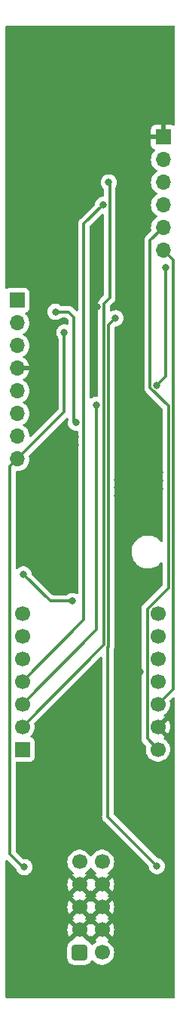
<source format=gbl>
G04 #@! TF.GenerationSoftware,KiCad,Pcbnew,7.0.7-7.0.7~ubuntu22.04.1*
G04 #@! TF.CreationDate,2023-10-11T21:50:17+02:00*
G04 #@! TF.ProjectId,RP2040-VCO,52503230-3430-42d5-9643-4f2e6b696361,rev?*
G04 #@! TF.SameCoordinates,Original*
G04 #@! TF.FileFunction,Copper,L2,Bot*
G04 #@! TF.FilePolarity,Positive*
%FSLAX46Y46*%
G04 Gerber Fmt 4.6, Leading zero omitted, Abs format (unit mm)*
G04 Created by KiCad (PCBNEW 7.0.7-7.0.7~ubuntu22.04.1) date 2023-10-11 21:50:17*
%MOMM*%
%LPD*%
G01*
G04 APERTURE LIST*
G04 #@! TA.AperFunction,ComponentPad*
%ADD10R,1.700000X1.700000*%
G04 #@! TD*
G04 #@! TA.AperFunction,ComponentPad*
%ADD11O,1.700000X1.700000*%
G04 #@! TD*
G04 #@! TA.AperFunction,ComponentPad*
%ADD12C,1.700000*%
G04 #@! TD*
G04 #@! TA.AperFunction,ViaPad*
%ADD13C,0.800000*%
G04 #@! TD*
G04 #@! TA.AperFunction,Conductor*
%ADD14C,0.300000*%
G04 #@! TD*
G04 APERTURE END LIST*
D10*
X69700000Y-49500000D03*
D11*
X69700000Y-52040000D03*
X69700000Y-54580000D03*
X69700000Y-57120000D03*
X69700000Y-59660000D03*
X69700000Y-62200000D03*
D10*
X53300000Y-67800000D03*
D11*
X53300000Y-70340000D03*
X53300000Y-72880000D03*
X53300000Y-75420000D03*
X53300000Y-77960000D03*
X53300000Y-80500000D03*
X53300000Y-83040000D03*
X53300000Y-85580000D03*
G04 #@! TA.AperFunction,ComponentPad*
G36*
G01*
X59450000Y-141480000D02*
X59450000Y-140280000D01*
G75*
G02*
X59700000Y-140030000I250000J0D01*
G01*
X60900000Y-140030000D01*
G75*
G02*
X61150000Y-140280000I0J-250000D01*
G01*
X61150000Y-141480000D01*
G75*
G02*
X60900000Y-141730000I-250000J0D01*
G01*
X59700000Y-141730000D01*
G75*
G02*
X59450000Y-141480000I0J250000D01*
G01*
G37*
G04 #@! TD.AperFunction*
D12*
X62840000Y-140880000D03*
X60300000Y-138340000D03*
X62840000Y-138340000D03*
X60300000Y-135800000D03*
X62840000Y-135800000D03*
X60300000Y-133260000D03*
X62840000Y-133260000D03*
X60300000Y-130720000D03*
X62840000Y-130720000D03*
D10*
X53880000Y-118120000D03*
D12*
X53880000Y-115580000D03*
X53880000Y-113040000D03*
X53880000Y-110500000D03*
X53880000Y-107960000D03*
X53880000Y-105420000D03*
X53880000Y-102880000D03*
X69120000Y-102880000D03*
X69120000Y-105420000D03*
X69120000Y-107960000D03*
X69120000Y-110500000D03*
X69120000Y-113040000D03*
X69120000Y-115580000D03*
X69120000Y-118120000D03*
D13*
X56200000Y-92300000D03*
X55900000Y-49300000D03*
X64600000Y-87900000D03*
X59400000Y-98300000D03*
X56200000Y-91400000D03*
X65900000Y-76200000D03*
X67000000Y-132800000D03*
X59200000Y-119900000D03*
X62200000Y-62500000D03*
X53600000Y-89400000D03*
X65500000Y-59600000D03*
X53600000Y-90300000D03*
X55200000Y-70200000D03*
X67500000Y-133700000D03*
X66000000Y-60500000D03*
X56200000Y-93200000D03*
X64600000Y-89700000D03*
X69300000Y-88000000D03*
X55900000Y-50200000D03*
X69300000Y-87100000D03*
X64200000Y-68500000D03*
X53600000Y-91200000D03*
X59700000Y-120700000D03*
X66100000Y-85400000D03*
X69300000Y-88900000D03*
X66100000Y-86300000D03*
X59800000Y-84000000D03*
X67100000Y-109400000D03*
X58600000Y-98800000D03*
X58600000Y-97800000D03*
X59800000Y-83100000D03*
X64600000Y-88800000D03*
X56100000Y-73000000D03*
X68000000Y-132800000D03*
X66500000Y-59600000D03*
X66200000Y-109400000D03*
X55000000Y-49300000D03*
X60200000Y-119900000D03*
X55000000Y-50200000D03*
X66100000Y-84500000D03*
X62300000Y-68500000D03*
X62200000Y-61600000D03*
X65900000Y-75300000D03*
X54100000Y-131300000D03*
X58600000Y-71400000D03*
X64349500Y-69800000D03*
X69000000Y-131200000D03*
X63600000Y-54600000D03*
X62949500Y-57100000D03*
X69000000Y-77300000D03*
X62200000Y-79500000D03*
X70000000Y-64100000D03*
X54000000Y-98500000D03*
X59500000Y-101500000D03*
X57600000Y-69100000D03*
X59900000Y-81500000D03*
D14*
X53900000Y-131300000D02*
X54100000Y-131300000D01*
X52450000Y-129850000D02*
X53900000Y-131300000D01*
X58600000Y-71400000D02*
X58600000Y-80280000D01*
X58600000Y-80280000D02*
X53300000Y-85580000D01*
X52450000Y-86430000D02*
X52450000Y-129850000D01*
X53300000Y-85580000D02*
X52450000Y-86430000D01*
X63550000Y-106617107D02*
X63500000Y-106667107D01*
X64349500Y-69800000D02*
X63550000Y-70599500D01*
X63550000Y-70599500D02*
X63550000Y-106617107D01*
X63500000Y-125700000D02*
X69000000Y-131200000D01*
X63500000Y-106667107D02*
X63500000Y-125700000D01*
X63700000Y-54700000D02*
X63700000Y-67539339D01*
X63700000Y-67539339D02*
X63050000Y-68189339D01*
X63050000Y-106410000D02*
X53880000Y-115580000D01*
X63600000Y-54600000D02*
X63700000Y-54700000D01*
X63050000Y-68189339D02*
X63050000Y-106410000D01*
X60800000Y-103580000D02*
X53880000Y-110500000D01*
X62949500Y-57100000D02*
X60800000Y-59249500D01*
X60800000Y-59249500D02*
X60800000Y-103580000D01*
X70300000Y-100002943D02*
X70300000Y-79660661D01*
X68250000Y-77610661D02*
X68250000Y-61110000D01*
X68250000Y-61110000D02*
X69700000Y-59660000D01*
X67920000Y-116920000D02*
X67920000Y-102382943D01*
X70300000Y-79660661D02*
X68250000Y-77610661D01*
X69120000Y-118120000D02*
X67920000Y-116920000D01*
X67920000Y-102382943D02*
X70300000Y-100002943D01*
X70800000Y-111360000D02*
X70800000Y-63300000D01*
X69120000Y-113040000D02*
X70800000Y-111360000D01*
X70800000Y-63300000D02*
X69700000Y-62200000D01*
X62200000Y-104720000D02*
X62200000Y-79500000D01*
X70000000Y-76300000D02*
X69000000Y-77300000D01*
X70000000Y-64100000D02*
X70000000Y-76300000D01*
X53880000Y-113040000D02*
X62200000Y-104720000D01*
X57000000Y-101500000D02*
X59500000Y-101500000D01*
X54000000Y-98500000D02*
X57000000Y-101500000D01*
X59700000Y-81100000D02*
X59700000Y-81300000D01*
X59700000Y-69700000D02*
X59700000Y-81100000D01*
X57600000Y-69100000D02*
X59100000Y-69100000D01*
X59700000Y-81300000D02*
X59900000Y-81500000D01*
X59100000Y-69100000D02*
X59700000Y-69700000D01*
G04 #@! TA.AperFunction,Conductor*
G36*
X60906333Y-138587576D02*
G01*
X60912918Y-138593707D01*
X61423076Y-139103866D01*
X61464516Y-139040440D01*
X61518520Y-138994352D01*
X61588868Y-138984777D01*
X61653225Y-139014755D01*
X61675481Y-139040439D01*
X61716921Y-139103866D01*
X61716922Y-139103866D01*
X62227081Y-138593706D01*
X62289394Y-138559681D01*
X62360209Y-138564745D01*
X62417045Y-138607292D01*
X62422162Y-138614661D01*
X62458239Y-138670798D01*
X62566900Y-138764952D01*
X62566901Y-138764952D01*
X62573711Y-138770853D01*
X62571686Y-138773189D01*
X62608084Y-138815187D01*
X62618195Y-138885460D01*
X62588709Y-138950043D01*
X62582572Y-138956636D01*
X62074310Y-139464898D01*
X62094694Y-139480763D01*
X62094700Y-139480768D01*
X62128206Y-139498900D01*
X62178597Y-139548913D01*
X62193949Y-139618230D01*
X62169389Y-139684843D01*
X62128209Y-139720526D01*
X62094430Y-139738806D01*
X62094424Y-139738811D01*
X61916759Y-139877094D01*
X61803483Y-140000143D01*
X61742630Y-140036714D01*
X61671666Y-140034579D01*
X61613121Y-139994417D01*
X61596144Y-139963481D01*
X61595217Y-139963914D01*
X61592116Y-139957266D01*
X61592115Y-139957262D01*
X61499030Y-139806348D01*
X61499029Y-139806347D01*
X61499024Y-139806341D01*
X61373658Y-139680975D01*
X61373652Y-139680970D01*
X61356703Y-139670516D01*
X61222738Y-139587885D01*
X61153511Y-139564946D01*
X61095141Y-139524533D01*
X61073662Y-139472872D01*
X60557427Y-138956638D01*
X60523402Y-138894325D01*
X60528466Y-138823510D01*
X60567145Y-138771840D01*
X60566289Y-138770853D01*
X60570830Y-138766917D01*
X60571013Y-138766674D01*
X60571510Y-138766328D01*
X60573095Y-138764953D01*
X60573100Y-138764952D01*
X60681761Y-138670798D01*
X60717824Y-138614681D01*
X60771478Y-138568189D01*
X60841752Y-138558084D01*
X60906333Y-138587576D01*
G37*
G04 #@! TD.AperFunction*
G04 #@! TA.AperFunction,Conductor*
G36*
X60906333Y-136047576D02*
G01*
X60912918Y-136053707D01*
X61423076Y-136563866D01*
X61464516Y-136500440D01*
X61518520Y-136454352D01*
X61588868Y-136444777D01*
X61653225Y-136474755D01*
X61675481Y-136500439D01*
X61716921Y-136563866D01*
X61716922Y-136563866D01*
X62227081Y-136053706D01*
X62289394Y-136019681D01*
X62360209Y-136024745D01*
X62417045Y-136067292D01*
X62422162Y-136074661D01*
X62458239Y-136130798D01*
X62566900Y-136224952D01*
X62566901Y-136224952D01*
X62573711Y-136230853D01*
X62571686Y-136233189D01*
X62608084Y-136275187D01*
X62618195Y-136345460D01*
X62588709Y-136410043D01*
X62582572Y-136416636D01*
X62074310Y-136924898D01*
X62094694Y-136940763D01*
X62094696Y-136940765D01*
X62128733Y-136959185D01*
X62179123Y-137009199D01*
X62194475Y-137078516D01*
X62169914Y-137145129D01*
X62128735Y-137180811D01*
X62094702Y-137199229D01*
X62074310Y-137215099D01*
X62074310Y-137215100D01*
X62582572Y-137723361D01*
X62616597Y-137785674D01*
X62611533Y-137856489D01*
X62572854Y-137908157D01*
X62573711Y-137909147D01*
X62569164Y-137913086D01*
X62568986Y-137913325D01*
X62568498Y-137913663D01*
X62458238Y-138009202D01*
X62422175Y-138065318D01*
X62368519Y-138111811D01*
X62298245Y-138121914D01*
X62233664Y-138092421D01*
X62227082Y-138086292D01*
X61716922Y-137576132D01*
X61716921Y-137576132D01*
X61675482Y-137639560D01*
X61621478Y-137685648D01*
X61551130Y-137695223D01*
X61486773Y-137665245D01*
X61464516Y-137639560D01*
X61423076Y-137576132D01*
X60912916Y-138086292D01*
X60850604Y-138120317D01*
X60779788Y-138115252D01*
X60722953Y-138072705D01*
X60717836Y-138065336D01*
X60681761Y-138009202D01*
X60573100Y-137915048D01*
X60573098Y-137915047D01*
X60566289Y-137909147D01*
X60568312Y-137906811D01*
X60531912Y-137864809D01*
X60521802Y-137794536D01*
X60551290Y-137729952D01*
X60557426Y-137723361D01*
X61065688Y-137215099D01*
X61045306Y-137199235D01*
X61045299Y-137199230D01*
X61011265Y-137180812D01*
X60960876Y-137130798D01*
X60945524Y-137061481D01*
X60970086Y-136994869D01*
X61011269Y-136959184D01*
X61045299Y-136940768D01*
X61045302Y-136940766D01*
X61065688Y-136924898D01*
X60557427Y-136416638D01*
X60523402Y-136354325D01*
X60528466Y-136283510D01*
X60567145Y-136231840D01*
X60566289Y-136230853D01*
X60570830Y-136226917D01*
X60571013Y-136226674D01*
X60571510Y-136226328D01*
X60573095Y-136224953D01*
X60573100Y-136224952D01*
X60681761Y-136130798D01*
X60717824Y-136074681D01*
X60771478Y-136028189D01*
X60841752Y-136018084D01*
X60906333Y-136047576D01*
G37*
G04 #@! TD.AperFunction*
G04 #@! TA.AperFunction,Conductor*
G36*
X60906333Y-133507576D02*
G01*
X60912918Y-133513707D01*
X61423076Y-134023866D01*
X61464516Y-133960440D01*
X61518520Y-133914352D01*
X61588868Y-133904777D01*
X61653225Y-133934755D01*
X61675481Y-133960439D01*
X61716921Y-134023866D01*
X61716922Y-134023866D01*
X62227081Y-133513706D01*
X62289394Y-133479681D01*
X62360209Y-133484745D01*
X62417045Y-133527292D01*
X62422162Y-133534661D01*
X62458239Y-133590798D01*
X62566900Y-133684952D01*
X62566901Y-133684952D01*
X62573711Y-133690853D01*
X62571686Y-133693189D01*
X62608084Y-133735187D01*
X62618195Y-133805460D01*
X62588709Y-133870043D01*
X62582572Y-133876636D01*
X62074310Y-134384898D01*
X62094694Y-134400763D01*
X62094696Y-134400765D01*
X62128733Y-134419185D01*
X62179123Y-134469199D01*
X62194475Y-134538516D01*
X62169914Y-134605129D01*
X62128735Y-134640811D01*
X62094702Y-134659229D01*
X62074310Y-134675099D01*
X62074310Y-134675100D01*
X62582572Y-135183361D01*
X62616597Y-135245674D01*
X62611533Y-135316489D01*
X62572854Y-135368157D01*
X62573711Y-135369147D01*
X62569164Y-135373086D01*
X62568986Y-135373325D01*
X62568498Y-135373663D01*
X62458238Y-135469202D01*
X62422175Y-135525318D01*
X62368519Y-135571811D01*
X62298245Y-135581914D01*
X62233664Y-135552421D01*
X62227082Y-135546292D01*
X61716922Y-135036132D01*
X61716921Y-135036132D01*
X61675482Y-135099560D01*
X61621478Y-135145648D01*
X61551130Y-135155223D01*
X61486773Y-135125245D01*
X61464516Y-135099560D01*
X61423076Y-135036132D01*
X60912916Y-135546292D01*
X60850604Y-135580317D01*
X60779788Y-135575252D01*
X60722953Y-135532705D01*
X60717836Y-135525336D01*
X60681761Y-135469202D01*
X60573100Y-135375048D01*
X60573098Y-135375047D01*
X60566289Y-135369147D01*
X60568312Y-135366811D01*
X60531912Y-135324809D01*
X60521802Y-135254536D01*
X60551290Y-135189952D01*
X60557426Y-135183361D01*
X61065688Y-134675099D01*
X61045306Y-134659235D01*
X61045299Y-134659230D01*
X61011265Y-134640812D01*
X60960876Y-134590798D01*
X60945524Y-134521481D01*
X60970086Y-134454869D01*
X61011269Y-134419184D01*
X61045299Y-134400768D01*
X61045302Y-134400766D01*
X61065688Y-134384898D01*
X60557427Y-133876638D01*
X60523402Y-133814325D01*
X60528466Y-133743510D01*
X60567145Y-133691840D01*
X60566289Y-133690853D01*
X60570830Y-133686917D01*
X60571013Y-133686674D01*
X60571510Y-133686328D01*
X60573095Y-133684953D01*
X60573100Y-133684952D01*
X60681761Y-133590798D01*
X60717824Y-133534681D01*
X60771478Y-133488189D01*
X60841752Y-133478084D01*
X60906333Y-133507576D01*
G37*
G04 #@! TD.AperFunction*
G04 #@! TA.AperFunction,Conductor*
G36*
X61653225Y-131395669D02*
G01*
X61675480Y-131421353D01*
X61708607Y-131472058D01*
X61764275Y-131557265D01*
X61764279Y-131557270D01*
X61916762Y-131722908D01*
X61971331Y-131765381D01*
X62094424Y-131861189D01*
X62128205Y-131879470D01*
X62178596Y-131929482D01*
X62193949Y-131998799D01*
X62169389Y-132065412D01*
X62128208Y-132101097D01*
X62094700Y-132119230D01*
X62074310Y-132135099D01*
X62074310Y-132135100D01*
X62582572Y-132643361D01*
X62616597Y-132705674D01*
X62611533Y-132776489D01*
X62572854Y-132828157D01*
X62573711Y-132829147D01*
X62569164Y-132833086D01*
X62568986Y-132833325D01*
X62568498Y-132833663D01*
X62458238Y-132929202D01*
X62422175Y-132985318D01*
X62368519Y-133031811D01*
X62298245Y-133041914D01*
X62233664Y-133012421D01*
X62227082Y-133006292D01*
X61716922Y-132496132D01*
X61716921Y-132496132D01*
X61675482Y-132559560D01*
X61621478Y-132605648D01*
X61551130Y-132615223D01*
X61486773Y-132585245D01*
X61464516Y-132559560D01*
X61423076Y-132496132D01*
X60912916Y-133006292D01*
X60850604Y-133040317D01*
X60779788Y-133035252D01*
X60722953Y-132992705D01*
X60717836Y-132985336D01*
X60681761Y-132929202D01*
X60573100Y-132835048D01*
X60573098Y-132835047D01*
X60566289Y-132829147D01*
X60568312Y-132826811D01*
X60531912Y-132784809D01*
X60521802Y-132714536D01*
X60551290Y-132649952D01*
X60557426Y-132643361D01*
X61065688Y-132135099D01*
X61045306Y-132119235D01*
X61045294Y-132119227D01*
X61011792Y-132101097D01*
X60961402Y-132051084D01*
X60946050Y-131981767D01*
X60970611Y-131915154D01*
X61011790Y-131879472D01*
X61045576Y-131861189D01*
X61223240Y-131722906D01*
X61375722Y-131557268D01*
X61464518Y-131421354D01*
X61518520Y-131375268D01*
X61588868Y-131365692D01*
X61653225Y-131395669D01*
G37*
G04 #@! TD.AperFunction*
G04 #@! TA.AperFunction,Conductor*
G36*
X70941621Y-37020502D02*
G01*
X70988114Y-37074158D01*
X70999500Y-37126500D01*
X70999500Y-48100204D01*
X70979498Y-48168325D01*
X70925842Y-48214818D01*
X70855568Y-48224922D01*
X70804038Y-48203577D01*
X70803876Y-48203875D01*
X70801105Y-48202362D01*
X70797993Y-48201073D01*
X70795968Y-48199557D01*
X70795964Y-48199555D01*
X70659093Y-48148505D01*
X70598597Y-48142000D01*
X69954000Y-48142000D01*
X69954000Y-48885966D01*
X69933998Y-48954087D01*
X69880342Y-49000580D01*
X69810069Y-49010683D01*
X69810068Y-49010683D01*
X69735768Y-49000000D01*
X69735763Y-49000000D01*
X69664237Y-49000000D01*
X69664231Y-49000000D01*
X69589932Y-49010683D01*
X69519658Y-49000580D01*
X69466002Y-48954087D01*
X69446000Y-48885966D01*
X69446000Y-48142000D01*
X68801402Y-48142000D01*
X68740906Y-48148505D01*
X68604035Y-48199555D01*
X68604034Y-48199555D01*
X68487095Y-48287095D01*
X68399555Y-48404034D01*
X68399555Y-48404035D01*
X68348505Y-48540906D01*
X68342000Y-48601402D01*
X68342000Y-49246000D01*
X69085156Y-49246000D01*
X69153277Y-49266002D01*
X69199770Y-49319658D01*
X69209874Y-49389932D01*
X69206053Y-49407496D01*
X69200000Y-49428111D01*
X69200000Y-49571888D01*
X69206053Y-49592504D01*
X69206052Y-49663500D01*
X69167667Y-49723226D01*
X69103086Y-49752718D01*
X69085156Y-49754000D01*
X68342000Y-49754000D01*
X68342000Y-50398597D01*
X68348505Y-50459093D01*
X68399555Y-50595964D01*
X68399555Y-50595965D01*
X68487095Y-50712904D01*
X68604034Y-50800444D01*
X68719172Y-50843388D01*
X68776008Y-50885935D01*
X68800819Y-50952455D01*
X68785728Y-51021829D01*
X68767841Y-51046782D01*
X68624280Y-51202729D01*
X68624275Y-51202734D01*
X68501141Y-51391206D01*
X68410703Y-51597386D01*
X68410702Y-51597387D01*
X68355437Y-51815624D01*
X68336844Y-52040000D01*
X68355437Y-52264375D01*
X68410702Y-52482612D01*
X68410703Y-52482613D01*
X68501141Y-52688793D01*
X68624275Y-52877265D01*
X68624279Y-52877270D01*
X68776762Y-53042908D01*
X68831331Y-53085381D01*
X68954424Y-53181189D01*
X68987680Y-53199186D01*
X69038070Y-53249196D01*
X69053423Y-53318513D01*
X69028864Y-53385126D01*
X68987683Y-53420811D01*
X68954430Y-53438807D01*
X68954424Y-53438811D01*
X68776762Y-53577091D01*
X68624279Y-53742729D01*
X68624275Y-53742734D01*
X68501141Y-53931206D01*
X68410703Y-54137386D01*
X68410702Y-54137387D01*
X68355437Y-54355624D01*
X68355436Y-54355630D01*
X68355436Y-54355632D01*
X68336844Y-54580000D01*
X68354239Y-54789928D01*
X68355437Y-54804375D01*
X68410702Y-55022612D01*
X68410703Y-55022613D01*
X68501141Y-55228793D01*
X68624275Y-55417265D01*
X68624279Y-55417270D01*
X68776762Y-55582908D01*
X68831331Y-55625381D01*
X68954424Y-55721189D01*
X68987680Y-55739186D01*
X69038071Y-55789200D01*
X69053423Y-55858516D01*
X69028862Y-55925129D01*
X68987680Y-55960813D01*
X68954426Y-55978810D01*
X68954424Y-55978811D01*
X68776762Y-56117091D01*
X68624279Y-56282729D01*
X68624275Y-56282734D01*
X68501141Y-56471206D01*
X68410703Y-56677386D01*
X68410702Y-56677387D01*
X68355437Y-56895624D01*
X68355436Y-56895630D01*
X68355436Y-56895632D01*
X68338382Y-57101441D01*
X68336844Y-57120000D01*
X68355437Y-57344375D01*
X68410702Y-57562612D01*
X68410703Y-57562613D01*
X68501141Y-57768793D01*
X68624275Y-57957265D01*
X68624279Y-57957270D01*
X68776762Y-58122908D01*
X68817165Y-58154355D01*
X68954424Y-58261189D01*
X68987680Y-58279186D01*
X69038071Y-58329200D01*
X69053423Y-58398516D01*
X69028862Y-58465129D01*
X68987680Y-58500813D01*
X68954426Y-58518810D01*
X68954424Y-58518811D01*
X68776762Y-58657091D01*
X68624279Y-58822729D01*
X68624275Y-58822734D01*
X68501141Y-59011206D01*
X68410703Y-59217386D01*
X68410702Y-59217387D01*
X68355437Y-59435624D01*
X68336844Y-59660000D01*
X68355436Y-59884369D01*
X68376038Y-59965724D01*
X68373370Y-60036671D01*
X68342988Y-60085750D01*
X67845611Y-60583127D01*
X67832865Y-60593340D01*
X67833025Y-60593533D01*
X67826921Y-60598582D01*
X67777054Y-60651685D01*
X67755071Y-60673668D01*
X67750527Y-60679525D01*
X67746678Y-60684031D01*
X67713029Y-60719865D01*
X67713027Y-60719867D01*
X67702691Y-60738667D01*
X67691843Y-60755180D01*
X67678699Y-60772126D01*
X67678694Y-60772135D01*
X67659172Y-60817247D01*
X67656560Y-60822577D01*
X67632877Y-60865660D01*
X67632873Y-60865670D01*
X67627541Y-60886436D01*
X67621139Y-60905136D01*
X67612620Y-60924820D01*
X67612619Y-60924824D01*
X67604928Y-60973384D01*
X67603724Y-60979197D01*
X67591500Y-61026810D01*
X67591500Y-61048258D01*
X67589949Y-61067967D01*
X67586594Y-61089150D01*
X67586594Y-61089152D01*
X67591220Y-61138094D01*
X67591500Y-61144027D01*
X67591500Y-77524050D01*
X67589708Y-77540281D01*
X67589958Y-77540305D01*
X67589211Y-77548197D01*
X67591500Y-77621002D01*
X67591500Y-77652091D01*
X67592427Y-77659437D01*
X67592893Y-77665351D01*
X67594437Y-77714490D01*
X67594438Y-77714493D01*
X67600421Y-77735090D01*
X67604428Y-77754441D01*
X67607117Y-77775721D01*
X67607117Y-77775723D01*
X67625216Y-77821439D01*
X67627139Y-77827055D01*
X67640853Y-77874258D01*
X67640853Y-77874259D01*
X67651771Y-77892719D01*
X67660468Y-77910472D01*
X67668364Y-77930416D01*
X67668367Y-77930421D01*
X67686352Y-77955174D01*
X67697265Y-77970193D01*
X67700521Y-77975151D01*
X67725547Y-78017468D01*
X67740714Y-78032635D01*
X67753552Y-78047666D01*
X67766158Y-78065017D01*
X67804039Y-78096355D01*
X67808420Y-78100341D01*
X68809268Y-79101188D01*
X69604595Y-79896515D01*
X69638620Y-79958827D01*
X69641500Y-79985610D01*
X69641500Y-94731203D01*
X69621498Y-94799324D01*
X69567842Y-94845817D01*
X69497568Y-94855921D01*
X69432988Y-94826427D01*
X69418654Y-94811806D01*
X69335745Y-94712180D01*
X69335741Y-94712177D01*
X69335740Y-94712175D01*
X69134012Y-94531427D01*
X69134002Y-94531418D01*
X68908090Y-94381956D01*
X68662824Y-94266980D01*
X68505392Y-94219615D01*
X68403425Y-94188938D01*
X68135442Y-94149500D01*
X68135439Y-94149500D01*
X67932369Y-94149500D01*
X67932367Y-94149500D01*
X67729839Y-94164323D01*
X67729838Y-94164323D01*
X67465456Y-94223217D01*
X67465441Y-94223222D01*
X67212441Y-94319986D01*
X66976229Y-94452555D01*
X66976225Y-94452557D01*
X66761818Y-94618116D01*
X66573815Y-94813117D01*
X66573810Y-94813123D01*
X66416203Y-95033417D01*
X66416196Y-95033427D01*
X66292343Y-95274324D01*
X66292342Y-95274327D01*
X66204883Y-95530689D01*
X66204880Y-95530702D01*
X66155681Y-95797058D01*
X66155680Y-95797069D01*
X66145788Y-96067765D01*
X66175412Y-96337014D01*
X66243928Y-96599090D01*
X66349869Y-96848389D01*
X66394922Y-96922211D01*
X66490982Y-97079610D01*
X66664255Y-97287820D01*
X66865998Y-97468582D01*
X67091910Y-97618044D01*
X67337176Y-97733020D01*
X67596569Y-97811060D01*
X67596572Y-97811060D01*
X67596574Y-97811061D01*
X67864557Y-97850500D01*
X67864561Y-97850500D01*
X68067633Y-97850500D01*
X68102363Y-97847957D01*
X68270156Y-97835677D01*
X68270160Y-97835676D01*
X68270161Y-97835676D01*
X68411739Y-97804138D01*
X68534553Y-97776780D01*
X68787558Y-97680014D01*
X69023777Y-97547441D01*
X69238177Y-97381888D01*
X69424793Y-97188324D01*
X69486472Y-97153168D01*
X69557368Y-97156939D01*
X69614972Y-97198440D01*
X69640994Y-97264496D01*
X69641500Y-97275779D01*
X69641500Y-99677992D01*
X69621498Y-99746113D01*
X69604595Y-99767087D01*
X67515611Y-101856070D01*
X67502865Y-101866283D01*
X67503025Y-101866476D01*
X67496921Y-101871525D01*
X67447054Y-101924628D01*
X67425071Y-101946611D01*
X67420527Y-101952468D01*
X67416678Y-101956974D01*
X67383029Y-101992808D01*
X67383027Y-101992810D01*
X67372691Y-102011610D01*
X67361843Y-102028123D01*
X67348699Y-102045069D01*
X67348694Y-102045078D01*
X67329172Y-102090190D01*
X67326560Y-102095520D01*
X67302877Y-102138603D01*
X67302873Y-102138613D01*
X67297541Y-102159379D01*
X67291139Y-102178079D01*
X67282620Y-102197763D01*
X67282619Y-102197767D01*
X67274928Y-102246327D01*
X67273724Y-102252140D01*
X67261500Y-102299753D01*
X67261500Y-102321201D01*
X67259949Y-102340910D01*
X67256594Y-102362093D01*
X67256594Y-102362095D01*
X67261220Y-102411037D01*
X67261500Y-102416970D01*
X67261500Y-116833389D01*
X67259708Y-116849620D01*
X67259958Y-116849644D01*
X67259211Y-116857536D01*
X67261500Y-116930341D01*
X67261500Y-116961430D01*
X67262427Y-116968776D01*
X67262893Y-116974690D01*
X67264437Y-117023829D01*
X67264438Y-117023832D01*
X67270421Y-117044429D01*
X67274428Y-117063780D01*
X67277117Y-117085060D01*
X67277117Y-117085062D01*
X67295216Y-117130778D01*
X67297139Y-117136394D01*
X67310853Y-117183597D01*
X67310853Y-117183598D01*
X67321771Y-117202058D01*
X67330468Y-117219811D01*
X67338364Y-117239755D01*
X67338367Y-117239760D01*
X67356352Y-117264513D01*
X67367265Y-117279532D01*
X67370521Y-117284490D01*
X67395547Y-117326807D01*
X67410714Y-117341974D01*
X67423552Y-117357005D01*
X67436158Y-117374356D01*
X67474040Y-117405695D01*
X67478421Y-117409681D01*
X67746124Y-117677384D01*
X67762988Y-117694248D01*
X67797014Y-117756560D01*
X67796038Y-117814273D01*
X67775436Y-117895628D01*
X67756844Y-118120000D01*
X67775437Y-118344375D01*
X67830702Y-118562612D01*
X67830703Y-118562613D01*
X67921141Y-118768793D01*
X68044275Y-118957265D01*
X68044279Y-118957270D01*
X68196762Y-119122908D01*
X68251331Y-119165381D01*
X68374424Y-119261189D01*
X68572426Y-119368342D01*
X68572427Y-119368342D01*
X68572428Y-119368343D01*
X68684227Y-119406723D01*
X68785365Y-119441444D01*
X69007431Y-119478500D01*
X69007435Y-119478500D01*
X69232565Y-119478500D01*
X69232569Y-119478500D01*
X69454635Y-119441444D01*
X69667574Y-119368342D01*
X69865576Y-119261189D01*
X70043240Y-119122906D01*
X70195722Y-118957268D01*
X70318860Y-118768791D01*
X70409296Y-118562616D01*
X70464564Y-118344368D01*
X70483156Y-118120000D01*
X70464564Y-117895632D01*
X70409296Y-117677384D01*
X70318860Y-117471209D01*
X70244247Y-117357005D01*
X70195724Y-117282734D01*
X70195720Y-117282729D01*
X70061007Y-117136394D01*
X70043240Y-117117094D01*
X70043239Y-117117093D01*
X70043237Y-117117091D01*
X69923367Y-117023792D01*
X69865576Y-116978811D01*
X69831792Y-116960528D01*
X69781402Y-116910516D01*
X69766050Y-116841199D01*
X69790610Y-116774586D01*
X69831793Y-116738901D01*
X69865299Y-116720768D01*
X69865302Y-116720766D01*
X69885688Y-116704898D01*
X69377427Y-116196638D01*
X69343402Y-116134325D01*
X69348466Y-116063510D01*
X69387145Y-116011840D01*
X69386289Y-116010853D01*
X69390830Y-116006917D01*
X69391013Y-116006674D01*
X69391510Y-116006328D01*
X69393095Y-116004953D01*
X69393100Y-116004952D01*
X69501761Y-115910798D01*
X69537824Y-115854681D01*
X69591478Y-115808189D01*
X69661752Y-115798084D01*
X69726333Y-115827576D01*
X69732918Y-115833707D01*
X70243077Y-116343866D01*
X70318419Y-116228551D01*
X70408820Y-116022456D01*
X70408823Y-116022449D01*
X70464067Y-115804292D01*
X70482653Y-115579999D01*
X70464067Y-115355707D01*
X70408823Y-115137550D01*
X70408820Y-115137543D01*
X70318422Y-114931456D01*
X70318417Y-114931448D01*
X70243076Y-114816132D01*
X69732916Y-115326292D01*
X69670604Y-115360317D01*
X69599788Y-115355252D01*
X69542953Y-115312705D01*
X69537836Y-115305336D01*
X69501761Y-115249202D01*
X69393100Y-115155048D01*
X69393098Y-115155047D01*
X69386289Y-115149147D01*
X69388312Y-115146811D01*
X69351912Y-115104809D01*
X69341802Y-115034536D01*
X69371290Y-114969952D01*
X69377426Y-114963361D01*
X69885688Y-114455099D01*
X69865306Y-114439235D01*
X69865294Y-114439227D01*
X69831792Y-114421097D01*
X69781402Y-114371084D01*
X69766050Y-114301767D01*
X69790611Y-114235154D01*
X69831790Y-114199472D01*
X69865576Y-114181189D01*
X70043240Y-114042906D01*
X70195722Y-113877268D01*
X70318860Y-113688791D01*
X70409296Y-113482616D01*
X70464564Y-113264368D01*
X70483156Y-113040000D01*
X70464564Y-112815632D01*
X70443961Y-112734274D01*
X70446627Y-112663331D01*
X70477008Y-112614250D01*
X70784406Y-112306853D01*
X70846717Y-112272829D01*
X70917533Y-112277894D01*
X70974368Y-112320441D01*
X70999179Y-112386961D01*
X70999500Y-112395950D01*
X70999500Y-145873500D01*
X70979498Y-145941621D01*
X70925842Y-145988114D01*
X70873500Y-145999500D01*
X52126500Y-145999500D01*
X52058379Y-145979498D01*
X52011886Y-145925842D01*
X52000500Y-145873500D01*
X52000500Y-130635950D01*
X52020502Y-130567829D01*
X52074158Y-130521336D01*
X52144432Y-130511232D01*
X52209012Y-130540726D01*
X52215595Y-130546855D01*
X53208068Y-131539328D01*
X53238805Y-131589484D01*
X53265472Y-131671554D01*
X53265475Y-131671561D01*
X53360958Y-131836941D01*
X53360965Y-131836951D01*
X53488744Y-131978864D01*
X53488747Y-131978866D01*
X53643248Y-132091118D01*
X53817712Y-132168794D01*
X54004513Y-132208500D01*
X54195487Y-132208500D01*
X54382288Y-132168794D01*
X54556752Y-132091118D01*
X54711253Y-131978866D01*
X54755719Y-131929482D01*
X54839034Y-131836951D01*
X54839035Y-131836949D01*
X54839040Y-131836944D01*
X54934527Y-131671556D01*
X54993542Y-131489928D01*
X55013504Y-131300000D01*
X54993542Y-131110072D01*
X54934527Y-130928444D01*
X54839040Y-130763056D01*
X54839038Y-130763054D01*
X54839034Y-130763048D01*
X54800273Y-130720000D01*
X58936844Y-130720000D01*
X58954116Y-130928444D01*
X58955437Y-130944375D01*
X59010702Y-131162612D01*
X59010703Y-131162613D01*
X59101141Y-131368793D01*
X59224275Y-131557265D01*
X59224279Y-131557270D01*
X59376762Y-131722908D01*
X59431331Y-131765381D01*
X59554424Y-131861189D01*
X59588205Y-131879470D01*
X59638596Y-131929482D01*
X59653949Y-131998799D01*
X59629389Y-132065412D01*
X59588208Y-132101097D01*
X59554700Y-132119230D01*
X59534310Y-132135099D01*
X59534310Y-132135100D01*
X60042572Y-132643361D01*
X60076597Y-132705674D01*
X60071533Y-132776489D01*
X60032854Y-132828157D01*
X60033711Y-132829147D01*
X60029164Y-132833086D01*
X60028986Y-132833325D01*
X60028498Y-132833663D01*
X59918238Y-132929202D01*
X59882175Y-132985318D01*
X59828519Y-133031811D01*
X59758245Y-133041914D01*
X59693664Y-133012421D01*
X59687082Y-133006292D01*
X59176922Y-132496132D01*
X59101580Y-132611451D01*
X59011179Y-132817543D01*
X59011176Y-132817550D01*
X58955932Y-133035707D01*
X58937346Y-133260000D01*
X58955932Y-133484292D01*
X59011176Y-133702449D01*
X59011179Y-133702456D01*
X59101580Y-133908548D01*
X59176922Y-134023866D01*
X59687081Y-133513706D01*
X59749394Y-133479681D01*
X59820209Y-133484745D01*
X59877045Y-133527292D01*
X59882162Y-133534661D01*
X59918239Y-133590798D01*
X60026900Y-133684952D01*
X60026901Y-133684952D01*
X60033711Y-133690853D01*
X60031686Y-133693189D01*
X60068084Y-133735187D01*
X60078195Y-133805460D01*
X60048709Y-133870043D01*
X60042572Y-133876636D01*
X59534310Y-134384898D01*
X59554694Y-134400763D01*
X59554696Y-134400765D01*
X59588733Y-134419185D01*
X59639123Y-134469199D01*
X59654475Y-134538516D01*
X59629914Y-134605129D01*
X59588735Y-134640811D01*
X59554702Y-134659229D01*
X59534310Y-134675099D01*
X59534310Y-134675100D01*
X60042572Y-135183361D01*
X60076597Y-135245674D01*
X60071533Y-135316489D01*
X60032854Y-135368157D01*
X60033711Y-135369147D01*
X60029164Y-135373086D01*
X60028986Y-135373325D01*
X60028498Y-135373663D01*
X59918238Y-135469202D01*
X59882175Y-135525318D01*
X59828519Y-135571811D01*
X59758245Y-135581914D01*
X59693664Y-135552421D01*
X59687082Y-135546292D01*
X59176922Y-135036132D01*
X59101580Y-135151451D01*
X59011179Y-135357543D01*
X59011176Y-135357550D01*
X58955932Y-135575707D01*
X58937346Y-135799999D01*
X58955932Y-136024292D01*
X59011176Y-136242449D01*
X59011179Y-136242456D01*
X59101580Y-136448548D01*
X59176922Y-136563866D01*
X59687081Y-136053706D01*
X59749394Y-136019681D01*
X59820209Y-136024745D01*
X59877045Y-136067292D01*
X59882162Y-136074661D01*
X59918239Y-136130798D01*
X60026900Y-136224952D01*
X60026901Y-136224952D01*
X60033711Y-136230853D01*
X60031686Y-136233189D01*
X60068084Y-136275187D01*
X60078195Y-136345460D01*
X60048709Y-136410043D01*
X60042572Y-136416636D01*
X59534310Y-136924898D01*
X59554694Y-136940763D01*
X59554696Y-136940765D01*
X59588733Y-136959185D01*
X59639123Y-137009199D01*
X59654475Y-137078516D01*
X59629914Y-137145129D01*
X59588735Y-137180811D01*
X59554702Y-137199229D01*
X59534310Y-137215099D01*
X59534310Y-137215100D01*
X60042572Y-137723361D01*
X60076597Y-137785674D01*
X60071533Y-137856489D01*
X60032854Y-137908157D01*
X60033711Y-137909147D01*
X60029164Y-137913086D01*
X60028986Y-137913325D01*
X60028498Y-137913663D01*
X59918238Y-138009202D01*
X59882175Y-138065318D01*
X59828519Y-138111811D01*
X59758245Y-138121914D01*
X59693664Y-138092421D01*
X59687082Y-138086292D01*
X59176922Y-137576132D01*
X59101580Y-137691451D01*
X59011179Y-137897543D01*
X59011176Y-137897550D01*
X58955932Y-138115707D01*
X58937346Y-138340000D01*
X58955932Y-138564292D01*
X59011176Y-138782449D01*
X59011179Y-138782456D01*
X59101580Y-138988548D01*
X59176922Y-139103866D01*
X59687081Y-138593706D01*
X59749394Y-138559681D01*
X59820209Y-138564745D01*
X59877045Y-138607292D01*
X59882162Y-138614661D01*
X59918239Y-138670798D01*
X60026900Y-138764952D01*
X60026901Y-138764952D01*
X60033711Y-138770853D01*
X60031686Y-138773189D01*
X60068084Y-138815187D01*
X60078195Y-138885460D01*
X60048709Y-138950043D01*
X60042572Y-138956636D01*
X59524054Y-139475153D01*
X59516866Y-139506765D01*
X59466194Y-139556493D01*
X59446486Y-139564946D01*
X59377264Y-139587884D01*
X59226347Y-139680970D01*
X59226341Y-139680975D01*
X59100975Y-139806341D01*
X59100970Y-139806347D01*
X59007885Y-139957262D01*
X58952113Y-140125572D01*
X58952112Y-140125579D01*
X58941500Y-140229446D01*
X58941500Y-141530544D01*
X58952112Y-141634425D01*
X59007885Y-141802738D01*
X59100970Y-141953652D01*
X59100975Y-141953658D01*
X59226341Y-142079024D01*
X59226347Y-142079029D01*
X59226348Y-142079030D01*
X59377262Y-142172115D01*
X59545574Y-142227887D01*
X59649455Y-142238500D01*
X60950544Y-142238499D01*
X61054426Y-142227887D01*
X61222738Y-142172115D01*
X61373652Y-142079030D01*
X61499030Y-141953652D01*
X61592115Y-141802738D01*
X61592118Y-141802728D01*
X61595217Y-141796086D01*
X61597126Y-141796976D01*
X61631581Y-141747200D01*
X61697135Y-141719936D01*
X61767021Y-141732442D01*
X61803483Y-141759857D01*
X61842959Y-141802738D01*
X61916760Y-141882906D01*
X62094424Y-142021189D01*
X62292426Y-142128342D01*
X62292427Y-142128342D01*
X62292428Y-142128343D01*
X62404227Y-142166723D01*
X62505365Y-142201444D01*
X62727431Y-142238500D01*
X62727435Y-142238500D01*
X62952565Y-142238500D01*
X62952569Y-142238500D01*
X63174635Y-142201444D01*
X63387574Y-142128342D01*
X63585576Y-142021189D01*
X63763240Y-141882906D01*
X63915722Y-141717268D01*
X64038860Y-141528791D01*
X64129296Y-141322616D01*
X64184564Y-141104368D01*
X64203156Y-140880000D01*
X64184564Y-140655632D01*
X64129296Y-140437384D01*
X64038860Y-140231209D01*
X63969849Y-140125579D01*
X63915724Y-140042734D01*
X63915720Y-140042729D01*
X63763237Y-139877091D01*
X63681382Y-139813381D01*
X63585576Y-139738811D01*
X63551792Y-139720528D01*
X63501402Y-139670516D01*
X63486050Y-139601199D01*
X63510610Y-139534586D01*
X63551793Y-139498901D01*
X63585299Y-139480768D01*
X63585302Y-139480766D01*
X63605688Y-139464898D01*
X63097427Y-138956638D01*
X63063402Y-138894325D01*
X63068466Y-138823510D01*
X63107145Y-138771840D01*
X63106289Y-138770853D01*
X63110830Y-138766917D01*
X63111013Y-138766674D01*
X63111510Y-138766328D01*
X63113095Y-138764953D01*
X63113100Y-138764952D01*
X63221761Y-138670798D01*
X63257824Y-138614681D01*
X63311478Y-138568189D01*
X63381752Y-138558084D01*
X63446333Y-138587576D01*
X63452918Y-138593707D01*
X63963077Y-139103866D01*
X64038419Y-138988551D01*
X64128820Y-138782456D01*
X64128823Y-138782449D01*
X64184067Y-138564292D01*
X64202653Y-138340000D01*
X64184067Y-138115707D01*
X64128823Y-137897550D01*
X64128820Y-137897543D01*
X64038422Y-137691456D01*
X64038417Y-137691448D01*
X63963076Y-137576132D01*
X63452916Y-138086292D01*
X63390604Y-138120317D01*
X63319788Y-138115252D01*
X63262953Y-138072705D01*
X63257836Y-138065336D01*
X63221761Y-138009202D01*
X63113100Y-137915048D01*
X63113098Y-137915047D01*
X63106289Y-137909147D01*
X63108312Y-137906811D01*
X63071912Y-137864809D01*
X63061802Y-137794536D01*
X63091290Y-137729952D01*
X63097426Y-137723361D01*
X63605688Y-137215099D01*
X63585306Y-137199235D01*
X63585299Y-137199230D01*
X63551265Y-137180812D01*
X63500876Y-137130798D01*
X63485524Y-137061481D01*
X63510086Y-136994869D01*
X63551269Y-136959184D01*
X63585299Y-136940768D01*
X63585302Y-136940766D01*
X63605688Y-136924898D01*
X63097427Y-136416638D01*
X63063402Y-136354325D01*
X63068466Y-136283510D01*
X63107145Y-136231840D01*
X63106289Y-136230853D01*
X63110830Y-136226917D01*
X63111013Y-136226674D01*
X63111510Y-136226328D01*
X63113095Y-136224953D01*
X63113100Y-136224952D01*
X63221761Y-136130798D01*
X63257824Y-136074681D01*
X63311478Y-136028189D01*
X63381752Y-136018084D01*
X63446333Y-136047576D01*
X63452918Y-136053707D01*
X63963077Y-136563866D01*
X64038419Y-136448551D01*
X64128820Y-136242456D01*
X64128823Y-136242449D01*
X64184067Y-136024292D01*
X64202653Y-135800000D01*
X64184067Y-135575707D01*
X64128823Y-135357550D01*
X64128820Y-135357543D01*
X64038422Y-135151456D01*
X64038417Y-135151448D01*
X63963076Y-135036132D01*
X63452916Y-135546292D01*
X63390604Y-135580317D01*
X63319788Y-135575252D01*
X63262953Y-135532705D01*
X63257836Y-135525336D01*
X63221761Y-135469202D01*
X63113100Y-135375048D01*
X63113098Y-135375047D01*
X63106289Y-135369147D01*
X63108312Y-135366811D01*
X63071912Y-135324809D01*
X63061802Y-135254536D01*
X63091290Y-135189952D01*
X63097426Y-135183361D01*
X63605688Y-134675099D01*
X63585306Y-134659235D01*
X63585299Y-134659230D01*
X63551265Y-134640812D01*
X63500876Y-134590798D01*
X63485524Y-134521481D01*
X63510086Y-134454869D01*
X63551269Y-134419184D01*
X63585299Y-134400768D01*
X63585302Y-134400766D01*
X63605688Y-134384898D01*
X63097427Y-133876638D01*
X63063402Y-133814325D01*
X63068466Y-133743510D01*
X63107145Y-133691840D01*
X63106289Y-133690853D01*
X63110830Y-133686917D01*
X63111013Y-133686674D01*
X63111510Y-133686328D01*
X63113095Y-133684953D01*
X63113100Y-133684952D01*
X63221761Y-133590798D01*
X63257824Y-133534681D01*
X63311478Y-133488189D01*
X63381752Y-133478084D01*
X63446333Y-133507576D01*
X63452918Y-133513707D01*
X63963077Y-134023866D01*
X64038419Y-133908551D01*
X64128820Y-133702456D01*
X64128823Y-133702449D01*
X64184067Y-133484292D01*
X64202653Y-133259999D01*
X64184067Y-133035707D01*
X64128823Y-132817550D01*
X64128820Y-132817543D01*
X64038422Y-132611456D01*
X64038417Y-132611448D01*
X63963076Y-132496132D01*
X63452916Y-133006292D01*
X63390604Y-133040317D01*
X63319788Y-133035252D01*
X63262953Y-132992705D01*
X63257836Y-132985336D01*
X63221761Y-132929202D01*
X63113100Y-132835048D01*
X63113098Y-132835047D01*
X63106289Y-132829147D01*
X63108312Y-132826811D01*
X63071912Y-132784809D01*
X63061802Y-132714536D01*
X63091290Y-132649952D01*
X63097426Y-132643361D01*
X63605688Y-132135099D01*
X63585306Y-132119235D01*
X63585294Y-132119227D01*
X63551792Y-132101097D01*
X63501402Y-132051084D01*
X63486050Y-131981767D01*
X63510611Y-131915154D01*
X63551790Y-131879472D01*
X63585576Y-131861189D01*
X63763240Y-131722906D01*
X63915722Y-131557268D01*
X64038860Y-131368791D01*
X64129296Y-131162616D01*
X64184564Y-130944368D01*
X64203156Y-130720000D01*
X64184564Y-130495632D01*
X64158369Y-130392190D01*
X64129297Y-130277387D01*
X64129296Y-130277386D01*
X64129296Y-130277384D01*
X64038860Y-130071209D01*
X64004516Y-130018642D01*
X63915724Y-129882734D01*
X63915720Y-129882729D01*
X63763237Y-129717091D01*
X63681382Y-129653381D01*
X63585576Y-129578811D01*
X63387574Y-129471658D01*
X63387572Y-129471657D01*
X63387571Y-129471656D01*
X63174639Y-129398557D01*
X63174630Y-129398555D01*
X63130476Y-129391187D01*
X62952569Y-129361500D01*
X62727431Y-129361500D01*
X62579210Y-129386233D01*
X62505369Y-129398555D01*
X62505360Y-129398557D01*
X62292428Y-129471656D01*
X62292426Y-129471658D01*
X62094426Y-129578810D01*
X62094424Y-129578811D01*
X61916762Y-129717091D01*
X61764279Y-129882729D01*
X61764279Y-129882730D01*
X61675482Y-130018643D01*
X61621478Y-130064731D01*
X61551130Y-130074306D01*
X61486773Y-130044328D01*
X61464516Y-130018642D01*
X61375724Y-129882734D01*
X61375720Y-129882729D01*
X61223237Y-129717091D01*
X61141382Y-129653381D01*
X61045576Y-129578811D01*
X60847574Y-129471658D01*
X60847572Y-129471657D01*
X60847571Y-129471656D01*
X60634639Y-129398557D01*
X60634630Y-129398555D01*
X60590476Y-129391187D01*
X60412569Y-129361500D01*
X60187431Y-129361500D01*
X60039210Y-129386233D01*
X59965369Y-129398555D01*
X59965360Y-129398557D01*
X59752428Y-129471656D01*
X59752426Y-129471658D01*
X59554426Y-129578810D01*
X59554424Y-129578811D01*
X59376762Y-129717091D01*
X59224279Y-129882729D01*
X59224275Y-129882734D01*
X59101141Y-130071206D01*
X59010703Y-130277386D01*
X59010702Y-130277387D01*
X58955437Y-130495624D01*
X58955436Y-130495630D01*
X58955436Y-130495632D01*
X58936844Y-130720000D01*
X54800273Y-130720000D01*
X54711255Y-130621135D01*
X54556752Y-130508882D01*
X54382288Y-130431206D01*
X54195487Y-130391500D01*
X54004513Y-130391500D01*
X54004507Y-130391500D01*
X54003999Y-130391608D01*
X54003698Y-130391585D01*
X53997940Y-130392190D01*
X53997829Y-130391136D01*
X53933209Y-130386202D01*
X53888715Y-130357455D01*
X53145405Y-129614145D01*
X53111379Y-129551833D01*
X53108500Y-129525050D01*
X53108500Y-119604500D01*
X53128502Y-119536379D01*
X53182158Y-119489886D01*
X53234500Y-119478500D01*
X54778632Y-119478500D01*
X54778638Y-119478500D01*
X54778645Y-119478499D01*
X54778649Y-119478499D01*
X54839196Y-119471990D01*
X54839199Y-119471989D01*
X54839201Y-119471989D01*
X54976204Y-119420889D01*
X55046399Y-119368342D01*
X55093261Y-119333261D01*
X55180887Y-119216207D01*
X55180887Y-119216206D01*
X55180889Y-119216204D01*
X55231989Y-119079201D01*
X55238500Y-119018638D01*
X55238500Y-117221362D01*
X55238499Y-117221350D01*
X55231990Y-117160803D01*
X55231988Y-117160795D01*
X55180889Y-117023797D01*
X55180887Y-117023792D01*
X55093261Y-116906738D01*
X54976207Y-116819112D01*
X54976203Y-116819110D01*
X54861192Y-116776213D01*
X54804356Y-116733667D01*
X54779546Y-116667146D01*
X54794638Y-116597772D01*
X54812525Y-116572820D01*
X54955714Y-116417277D01*
X54955724Y-116417265D01*
X55003678Y-116343866D01*
X55078860Y-116228791D01*
X55169296Y-116022616D01*
X55224564Y-115804368D01*
X55243156Y-115580000D01*
X55224564Y-115355632D01*
X55203961Y-115274274D01*
X55206627Y-115203329D01*
X55237008Y-115154250D01*
X62626405Y-107764854D01*
X62688717Y-107730828D01*
X62759532Y-107735893D01*
X62816368Y-107778440D01*
X62841179Y-107844960D01*
X62841500Y-107853949D01*
X62841500Y-125613389D01*
X62839708Y-125629620D01*
X62839958Y-125629644D01*
X62839211Y-125637536D01*
X62841500Y-125710341D01*
X62841500Y-125741430D01*
X62842427Y-125748776D01*
X62842893Y-125754690D01*
X62844437Y-125803829D01*
X62844438Y-125803832D01*
X62850421Y-125824429D01*
X62854428Y-125843780D01*
X62857117Y-125865060D01*
X62857117Y-125865062D01*
X62875216Y-125910778D01*
X62877139Y-125916394D01*
X62890853Y-125963597D01*
X62890853Y-125963598D01*
X62901771Y-125982058D01*
X62910468Y-125999811D01*
X62918364Y-126019755D01*
X62918367Y-126019760D01*
X62936352Y-126044513D01*
X62947265Y-126059532D01*
X62950521Y-126064490D01*
X62975547Y-126106807D01*
X62990714Y-126121974D01*
X63003552Y-126137005D01*
X63016158Y-126154356D01*
X63054039Y-126185694D01*
X63058420Y-126189680D01*
X66230240Y-129361500D01*
X68057030Y-131188290D01*
X68091056Y-131250602D01*
X68093244Y-131264210D01*
X68106458Y-131389928D01*
X68165473Y-131571556D01*
X68165476Y-131571561D01*
X68260958Y-131736941D01*
X68260965Y-131736951D01*
X68388744Y-131878864D01*
X68388747Y-131878866D01*
X68543248Y-131991118D01*
X68717712Y-132068794D01*
X68904513Y-132108500D01*
X69095487Y-132108500D01*
X69282288Y-132068794D01*
X69456752Y-131991118D01*
X69611253Y-131878866D01*
X69627167Y-131861192D01*
X69739034Y-131736951D01*
X69739035Y-131736949D01*
X69739040Y-131736944D01*
X69834527Y-131571556D01*
X69893542Y-131389928D01*
X69913504Y-131200000D01*
X69893542Y-131010072D01*
X69834527Y-130828444D01*
X69739040Y-130663056D01*
X69739038Y-130663054D01*
X69739034Y-130663048D01*
X69611255Y-130521135D01*
X69456752Y-130408882D01*
X69282288Y-130331206D01*
X69095487Y-130291500D01*
X69074950Y-130291500D01*
X69006829Y-130271498D01*
X68985855Y-130254595D01*
X64195404Y-125464144D01*
X64161378Y-125401832D01*
X64158499Y-125375058D01*
X64158500Y-106907260D01*
X64165746Y-106869279D01*
X64165152Y-106869127D01*
X64168138Y-106857491D01*
X64172455Y-106840677D01*
X64178863Y-106821962D01*
X64180229Y-106818807D01*
X64187380Y-106802283D01*
X64195074Y-106753698D01*
X64196271Y-106747917D01*
X64208500Y-106700295D01*
X64208500Y-106678848D01*
X64210051Y-106659137D01*
X64213406Y-106637955D01*
X64208780Y-106589010D01*
X64208500Y-106583078D01*
X64208500Y-70924450D01*
X64228502Y-70856329D01*
X64245405Y-70835355D01*
X64335355Y-70745405D01*
X64397667Y-70711379D01*
X64424450Y-70708500D01*
X64444987Y-70708500D01*
X64631788Y-70668794D01*
X64806252Y-70591118D01*
X64960753Y-70478866D01*
X65023200Y-70409512D01*
X65088534Y-70336951D01*
X65088535Y-70336949D01*
X65088540Y-70336944D01*
X65184027Y-70171556D01*
X65243042Y-69989928D01*
X65263004Y-69800000D01*
X65243042Y-69610072D01*
X65184027Y-69428444D01*
X65088540Y-69263056D01*
X65088538Y-69263054D01*
X65088534Y-69263048D01*
X64960755Y-69121135D01*
X64806252Y-69008882D01*
X64631788Y-68931206D01*
X64444987Y-68891500D01*
X64254013Y-68891500D01*
X64067211Y-68931206D01*
X63971411Y-68973859D01*
X63892748Y-69008882D01*
X63892746Y-69008882D01*
X63886716Y-69011568D01*
X63885587Y-69009033D01*
X63828476Y-69022875D01*
X63761389Y-68999639D01*
X63717515Y-68943821D01*
X63708500Y-68897019D01*
X63708500Y-68514289D01*
X63728502Y-68446168D01*
X63745400Y-68425198D01*
X64104388Y-68066209D01*
X64117129Y-68056004D01*
X64116969Y-68055810D01*
X64123074Y-68050758D01*
X64123080Y-68050755D01*
X64172945Y-67997653D01*
X64194927Y-67975672D01*
X64199470Y-67969814D01*
X64203308Y-67965319D01*
X64236972Y-67929472D01*
X64247310Y-67910666D01*
X64258152Y-67894162D01*
X64271304Y-67877207D01*
X64290832Y-67832076D01*
X64293441Y-67826753D01*
X64317124Y-67783676D01*
X64322457Y-67762901D01*
X64328856Y-67744208D01*
X64337380Y-67724515D01*
X64345074Y-67675930D01*
X64346271Y-67670149D01*
X64358500Y-67622527D01*
X64358500Y-67601080D01*
X64360051Y-67581369D01*
X64363406Y-67560187D01*
X64358780Y-67511242D01*
X64358500Y-67505310D01*
X64358500Y-55136999D01*
X64375380Y-55074000D01*
X64434527Y-54971556D01*
X64493542Y-54789928D01*
X64513504Y-54600000D01*
X64493542Y-54410072D01*
X64434527Y-54228444D01*
X64339040Y-54063056D01*
X64339038Y-54063054D01*
X64339034Y-54063048D01*
X64211255Y-53921135D01*
X64056752Y-53808882D01*
X63882288Y-53731206D01*
X63695487Y-53691500D01*
X63504513Y-53691500D01*
X63317711Y-53731206D01*
X63143247Y-53808882D01*
X62988744Y-53921135D01*
X62860965Y-54063048D01*
X62860958Y-54063058D01*
X62765476Y-54228438D01*
X62765473Y-54228445D01*
X62706457Y-54410072D01*
X62686496Y-54600000D01*
X62706457Y-54789927D01*
X62711152Y-54804375D01*
X62765473Y-54971556D01*
X62765476Y-54971561D01*
X62860958Y-55136941D01*
X62860965Y-55136951D01*
X62988743Y-55278862D01*
X62988747Y-55278866D01*
X62989554Y-55279452D01*
X62989910Y-55279914D01*
X62993652Y-55283283D01*
X62993036Y-55283967D01*
X63032912Y-55335672D01*
X63041500Y-55381393D01*
X63041500Y-56065500D01*
X63021498Y-56133621D01*
X62967842Y-56180114D01*
X62915500Y-56191500D01*
X62854013Y-56191500D01*
X62667211Y-56231206D01*
X62492747Y-56308882D01*
X62338244Y-56421135D01*
X62210465Y-56563048D01*
X62210458Y-56563058D01*
X62114976Y-56728438D01*
X62114973Y-56728444D01*
X62055958Y-56910072D01*
X62042745Y-57035784D01*
X62015731Y-57101441D01*
X62006530Y-57111708D01*
X60395611Y-58722627D01*
X60382865Y-58732840D01*
X60383025Y-58733033D01*
X60376921Y-58738082D01*
X60327054Y-58791185D01*
X60305071Y-58813168D01*
X60300527Y-58819025D01*
X60296678Y-58823531D01*
X60263029Y-58859365D01*
X60263027Y-58859367D01*
X60252691Y-58878167D01*
X60241843Y-58894680D01*
X60228699Y-58911626D01*
X60228694Y-58911635D01*
X60209172Y-58956747D01*
X60206560Y-58962077D01*
X60182877Y-59005160D01*
X60182873Y-59005170D01*
X60177541Y-59025936D01*
X60171139Y-59044636D01*
X60162620Y-59064320D01*
X60162619Y-59064324D01*
X60154928Y-59112884D01*
X60153724Y-59118697D01*
X60141500Y-59166310D01*
X60141500Y-59187758D01*
X60139949Y-59207467D01*
X60136594Y-59228650D01*
X60136594Y-59228652D01*
X60141220Y-59277594D01*
X60141500Y-59283527D01*
X60141500Y-68906050D01*
X60121498Y-68974171D01*
X60067842Y-69020664D01*
X59997568Y-69030768D01*
X59932988Y-69001274D01*
X59926405Y-68995145D01*
X59626875Y-68695615D01*
X59616664Y-68682869D01*
X59616471Y-68683030D01*
X59611417Y-68676921D01*
X59558314Y-68627054D01*
X59536343Y-68605082D01*
X59536325Y-68605066D01*
X59530482Y-68600534D01*
X59525967Y-68596678D01*
X59523339Y-68594210D01*
X59490133Y-68563028D01*
X59490130Y-68563026D01*
X59490125Y-68563023D01*
X59471338Y-68552694D01*
X59454818Y-68541843D01*
X59437867Y-68528695D01*
X59392739Y-68509166D01*
X59387421Y-68506561D01*
X59360235Y-68491616D01*
X59344338Y-68482876D01*
X59344335Y-68482875D01*
X59323568Y-68477543D01*
X59304865Y-68471140D01*
X59294703Y-68466743D01*
X59285176Y-68462620D01*
X59285174Y-68462619D01*
X59285175Y-68462619D01*
X59236619Y-68454929D01*
X59230804Y-68453725D01*
X59183188Y-68441500D01*
X59161741Y-68441500D01*
X59142032Y-68439949D01*
X59120848Y-68436594D01*
X59120847Y-68436594D01*
X59071906Y-68441220D01*
X59065973Y-68441500D01*
X58280224Y-68441500D01*
X58212103Y-68421498D01*
X58206163Y-68417436D01*
X58056752Y-68308882D01*
X57882288Y-68231206D01*
X57695487Y-68191500D01*
X57504513Y-68191500D01*
X57317711Y-68231206D01*
X57143247Y-68308882D01*
X56988744Y-68421135D01*
X56860965Y-68563048D01*
X56860958Y-68563058D01*
X56765476Y-68728438D01*
X56765473Y-68728445D01*
X56706457Y-68910072D01*
X56686496Y-69100000D01*
X56706457Y-69289927D01*
X56716952Y-69322226D01*
X56765473Y-69471556D01*
X56765476Y-69471561D01*
X56860958Y-69636941D01*
X56860965Y-69636951D01*
X56988744Y-69778864D01*
X56988747Y-69778866D01*
X57143248Y-69891118D01*
X57317712Y-69968794D01*
X57504513Y-70008500D01*
X57695487Y-70008500D01*
X57882288Y-69968794D01*
X58056752Y-69891118D01*
X58206163Y-69782563D01*
X58273031Y-69758706D01*
X58280224Y-69758500D01*
X58775050Y-69758500D01*
X58843171Y-69778502D01*
X58864145Y-69795405D01*
X59004595Y-69935855D01*
X59038621Y-69998167D01*
X59041500Y-70024950D01*
X59041500Y-70409512D01*
X59021498Y-70477633D01*
X58967842Y-70524126D01*
X58897568Y-70534230D01*
X58888827Y-70532202D01*
X58888747Y-70532579D01*
X58695487Y-70491500D01*
X58504513Y-70491500D01*
X58317711Y-70531206D01*
X58143247Y-70608882D01*
X57988744Y-70721135D01*
X57860965Y-70863048D01*
X57860958Y-70863058D01*
X57765476Y-71028438D01*
X57765473Y-71028445D01*
X57706457Y-71210072D01*
X57686496Y-71399999D01*
X57706457Y-71589927D01*
X57720017Y-71631658D01*
X57765473Y-71771556D01*
X57765476Y-71771561D01*
X57860961Y-71936946D01*
X57909135Y-71990448D01*
X57939852Y-72054456D01*
X57941499Y-72074759D01*
X57941500Y-79955049D01*
X57921498Y-80023170D01*
X57904595Y-80044144D01*
X54874164Y-83074574D01*
X54811852Y-83108600D01*
X54741036Y-83103535D01*
X54684201Y-83060988D01*
X54659500Y-82995888D01*
X54644564Y-82815632D01*
X54589296Y-82597384D01*
X54498860Y-82391209D01*
X54484215Y-82368793D01*
X54375724Y-82202734D01*
X54375720Y-82202729D01*
X54223237Y-82037091D01*
X54141382Y-81973381D01*
X54045576Y-81898811D01*
X54012319Y-81880813D01*
X53961929Y-81830802D01*
X53946576Y-81761485D01*
X53971136Y-81694872D01*
X54012320Y-81659186D01*
X54045576Y-81641189D01*
X54223240Y-81502906D01*
X54375722Y-81337268D01*
X54498860Y-81148791D01*
X54589296Y-80942616D01*
X54644564Y-80724368D01*
X54663156Y-80500000D01*
X54644564Y-80275632D01*
X54589296Y-80057384D01*
X54498860Y-79851209D01*
X54492140Y-79840924D01*
X54375724Y-79662734D01*
X54375720Y-79662729D01*
X54223237Y-79497091D01*
X54141382Y-79433381D01*
X54045576Y-79358811D01*
X54012319Y-79340813D01*
X53961929Y-79290802D01*
X53946576Y-79221485D01*
X53971136Y-79154872D01*
X54012320Y-79119186D01*
X54045576Y-79101189D01*
X54223240Y-78962906D01*
X54375722Y-78797268D01*
X54498860Y-78608791D01*
X54589296Y-78402616D01*
X54644564Y-78184368D01*
X54663156Y-77960000D01*
X54644564Y-77735632D01*
X54597099Y-77548197D01*
X54589297Y-77517387D01*
X54589296Y-77517386D01*
X54589296Y-77517384D01*
X54498860Y-77311209D01*
X54492140Y-77300924D01*
X54375724Y-77122734D01*
X54375720Y-77122729D01*
X54223237Y-76957091D01*
X54141382Y-76893381D01*
X54045576Y-76818811D01*
X54011792Y-76800528D01*
X53961402Y-76750516D01*
X53946050Y-76681199D01*
X53970610Y-76614586D01*
X54011793Y-76578901D01*
X54045300Y-76560767D01*
X54045301Y-76560767D01*
X54222902Y-76422534D01*
X54375325Y-76256958D01*
X54498419Y-76068548D01*
X54588820Y-75862456D01*
X54588823Y-75862449D01*
X54636544Y-75674000D01*
X53914844Y-75674000D01*
X53846723Y-75653998D01*
X53800230Y-75600342D01*
X53790126Y-75530068D01*
X53793947Y-75512504D01*
X53800000Y-75491888D01*
X53800000Y-75348111D01*
X53793947Y-75327496D01*
X53793948Y-75256500D01*
X53832333Y-75196774D01*
X53896914Y-75167282D01*
X53914844Y-75166000D01*
X54636544Y-75166000D01*
X54636544Y-75165999D01*
X54588823Y-74977550D01*
X54588820Y-74977543D01*
X54498419Y-74771451D01*
X54375325Y-74583041D01*
X54222902Y-74417465D01*
X54045301Y-74279232D01*
X54045300Y-74279231D01*
X54011791Y-74261097D01*
X53961401Y-74211083D01*
X53946050Y-74141766D01*
X53970612Y-74075153D01*
X54011790Y-74039472D01*
X54045576Y-74021189D01*
X54223240Y-73882906D01*
X54375722Y-73717268D01*
X54498860Y-73528791D01*
X54589296Y-73322616D01*
X54644564Y-73104368D01*
X54663156Y-72880000D01*
X54644564Y-72655632D01*
X54589296Y-72437384D01*
X54498860Y-72231209D01*
X54492140Y-72220924D01*
X54375724Y-72042734D01*
X54375720Y-72042729D01*
X54223237Y-71877091D01*
X54141382Y-71813381D01*
X54045576Y-71738811D01*
X54012319Y-71720813D01*
X53961929Y-71670802D01*
X53946576Y-71601485D01*
X53971136Y-71534872D01*
X54012320Y-71499186D01*
X54045576Y-71481189D01*
X54223240Y-71342906D01*
X54375722Y-71177268D01*
X54498860Y-70988791D01*
X54589296Y-70782616D01*
X54644564Y-70564368D01*
X54663156Y-70340000D01*
X54644564Y-70115632D01*
X54621600Y-70024950D01*
X54589297Y-69897387D01*
X54589296Y-69897386D01*
X54589296Y-69897384D01*
X54498860Y-69691209D01*
X54401434Y-69542087D01*
X54375724Y-69502734D01*
X54375719Y-69502729D01*
X54325019Y-69447655D01*
X54232524Y-69347179D01*
X54201103Y-69283514D01*
X54209090Y-69212968D01*
X54253948Y-69157939D01*
X54281183Y-69143789D01*
X54396204Y-69100889D01*
X54401492Y-69096931D01*
X54513261Y-69013261D01*
X54600887Y-68896207D01*
X54600887Y-68896206D01*
X54600889Y-68896204D01*
X54651989Y-68759201D01*
X54655297Y-68728438D01*
X54658499Y-68698649D01*
X54658500Y-68698632D01*
X54658500Y-66901367D01*
X54658499Y-66901350D01*
X54651990Y-66840803D01*
X54651988Y-66840795D01*
X54600889Y-66703797D01*
X54600887Y-66703792D01*
X54513261Y-66586738D01*
X54396207Y-66499112D01*
X54396202Y-66499110D01*
X54259204Y-66448011D01*
X54259196Y-66448009D01*
X54198649Y-66441500D01*
X54198638Y-66441500D01*
X52401362Y-66441500D01*
X52401350Y-66441500D01*
X52340803Y-66448009D01*
X52340795Y-66448011D01*
X52203797Y-66499110D01*
X52202009Y-66500449D01*
X52199915Y-66501229D01*
X52195882Y-66503432D01*
X52195565Y-66502852D01*
X52135488Y-66525259D01*
X52066114Y-66510167D01*
X52015912Y-66459965D01*
X52000500Y-66399580D01*
X52000500Y-37126500D01*
X52020502Y-37058379D01*
X52074158Y-37011886D01*
X52126500Y-37000500D01*
X70873500Y-37000500D01*
X70941621Y-37020502D01*
G37*
G04 #@! TD.AperFunction*
G04 #@! TA.AperFunction,Conductor*
G36*
X58959533Y-80955893D02*
G01*
X59016368Y-80998440D01*
X59041179Y-81064960D01*
X59041500Y-81073949D01*
X59041500Y-81182267D01*
X59035333Y-81221203D01*
X59006457Y-81310071D01*
X58986496Y-81500000D01*
X59006457Y-81689927D01*
X59025438Y-81748342D01*
X59065473Y-81871556D01*
X59065476Y-81871561D01*
X59160958Y-82036941D01*
X59160965Y-82036951D01*
X59288744Y-82178864D01*
X59321598Y-82202734D01*
X59443248Y-82291118D01*
X59617712Y-82368794D01*
X59804513Y-82408500D01*
X59995487Y-82408500D01*
X60002049Y-82407810D01*
X60002370Y-82410869D01*
X60059780Y-82415097D01*
X60116526Y-82457764D01*
X60141197Y-82524336D01*
X60141499Y-82533060D01*
X60141500Y-100597308D01*
X60121498Y-100665429D01*
X60067842Y-100711922D01*
X59997568Y-100722026D01*
X59963394Y-100710197D01*
X59962784Y-100711568D01*
X59956753Y-100708882D01*
X59956752Y-100708882D01*
X59782288Y-100631206D01*
X59595487Y-100591500D01*
X59404513Y-100591500D01*
X59217711Y-100631206D01*
X59043247Y-100708882D01*
X58893837Y-100817436D01*
X58826969Y-100841294D01*
X58819776Y-100841500D01*
X57324950Y-100841500D01*
X57256829Y-100821498D01*
X57235855Y-100804595D01*
X54942969Y-98511709D01*
X54908943Y-98449397D01*
X54906754Y-98435784D01*
X54893542Y-98310074D01*
X54893541Y-98310069D01*
X54891500Y-98303787D01*
X54834527Y-98128444D01*
X54739040Y-97963056D01*
X54739038Y-97963054D01*
X54739034Y-97963048D01*
X54611255Y-97821135D01*
X54456752Y-97708882D01*
X54282288Y-97631206D01*
X54095487Y-97591500D01*
X53904513Y-97591500D01*
X53717711Y-97631206D01*
X53543247Y-97708882D01*
X53388744Y-97821135D01*
X53328136Y-97888448D01*
X53267690Y-97925688D01*
X53196706Y-97924336D01*
X53137722Y-97884823D01*
X53109464Y-97819692D01*
X53108500Y-97804138D01*
X53108500Y-87064500D01*
X53128502Y-86996379D01*
X53182158Y-86949886D01*
X53234500Y-86938500D01*
X53412565Y-86938500D01*
X53412569Y-86938500D01*
X53634635Y-86901444D01*
X53847574Y-86828342D01*
X54045576Y-86721189D01*
X54223240Y-86582906D01*
X54375722Y-86417268D01*
X54498860Y-86228791D01*
X54589296Y-86022616D01*
X54644564Y-85804368D01*
X54663156Y-85580000D01*
X54644564Y-85355632D01*
X54623961Y-85274274D01*
X54626627Y-85203329D01*
X54657008Y-85154250D01*
X58826405Y-80984854D01*
X58888717Y-80950828D01*
X58959533Y-80955893D01*
G37*
G04 #@! TD.AperFunction*
G04 #@! TA.AperFunction,Conductor*
G36*
X62959531Y-58125394D02*
G01*
X63016367Y-58167941D01*
X63041178Y-58234461D01*
X63041499Y-58243450D01*
X63041499Y-67214388D01*
X63021497Y-67282509D01*
X63004594Y-67303483D01*
X62645611Y-67662466D01*
X62632865Y-67672679D01*
X62633025Y-67672872D01*
X62626921Y-67677921D01*
X62577054Y-67731024D01*
X62555071Y-67753007D01*
X62550527Y-67758864D01*
X62546678Y-67763370D01*
X62513029Y-67799204D01*
X62513027Y-67799206D01*
X62502691Y-67818006D01*
X62491843Y-67834519D01*
X62478699Y-67851465D01*
X62478694Y-67851474D01*
X62459172Y-67896586D01*
X62456560Y-67901916D01*
X62432877Y-67944999D01*
X62432873Y-67945009D01*
X62427541Y-67965775D01*
X62421139Y-67984475D01*
X62412620Y-68004159D01*
X62412619Y-68004163D01*
X62404928Y-68052723D01*
X62403724Y-68058536D01*
X62391500Y-68106149D01*
X62391500Y-68127597D01*
X62389949Y-68147306D01*
X62386594Y-68168489D01*
X62386594Y-68168491D01*
X62391220Y-68217433D01*
X62391500Y-68223366D01*
X62391500Y-78465500D01*
X62371498Y-78533621D01*
X62317842Y-78580114D01*
X62265500Y-78591500D01*
X62104513Y-78591500D01*
X61917711Y-78631206D01*
X61743248Y-78708882D01*
X61658560Y-78770411D01*
X61591692Y-78794269D01*
X61522541Y-78778188D01*
X61473061Y-78727273D01*
X61458500Y-78668474D01*
X61458500Y-59574450D01*
X61478502Y-59506329D01*
X61495405Y-59485355D01*
X62159395Y-58821365D01*
X62826406Y-58154353D01*
X62888716Y-58120330D01*
X62959531Y-58125394D01*
G37*
G04 #@! TD.AperFunction*
M02*

</source>
